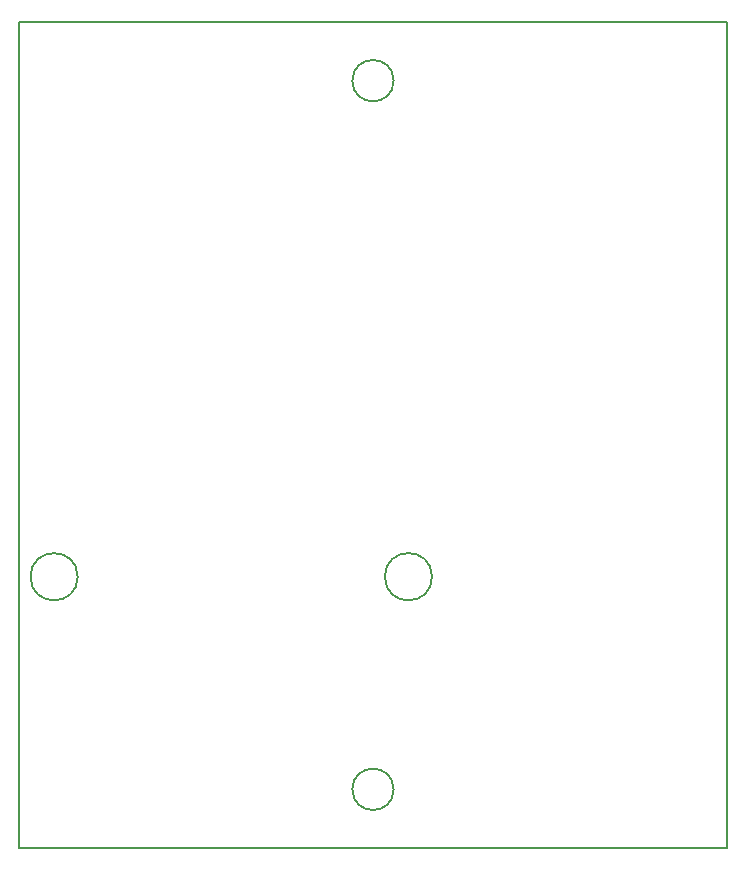
<source format=gm1>
G04 #@! TF.GenerationSoftware,KiCad,Pcbnew,(5.0.0-rc2-dev-756-g45dad4ded)*
G04 #@! TF.CreationDate,2018-06-12T00:49:02-07:00*
G04 #@! TF.ProjectId,Mod-IN2-Nix-Dis,4D6F642D494E322D4E69782D4469732E,rev?*
G04 #@! TF.SameCoordinates,Original*
G04 #@! TF.FileFunction,Profile,NP*
%FSLAX46Y46*%
G04 Gerber Fmt 4.6, Leading zero omitted, Abs format (unit mm)*
G04 Created by KiCad (PCBNEW (5.0.0-rc2-dev-756-g45dad4ded)) date 06/12/18 00:49:02*
%MOMM*%
%LPD*%
G01*
G04 APERTURE LIST*
%ADD10C,0.150000*%
G04 APERTURE END LIST*
D10*
X156750000Y-121000000D02*
G75*
G03X156750000Y-121000000I-1750000J0D01*
G01*
X156750000Y-61000000D02*
G75*
G03X156750000Y-61000000I-1750000J0D01*
G01*
X160000000Y-103000000D02*
G75*
G03X160000000Y-103000000I-2000000J0D01*
G01*
X130000000Y-103000000D02*
G75*
G03X130000000Y-103000000I-2000000J0D01*
G01*
X125000000Y-126000000D02*
X125000000Y-56000000D01*
X185000000Y-126000000D02*
X125000000Y-126000000D01*
X185000000Y-56000000D02*
X185000000Y-126000000D01*
X125000000Y-56000000D02*
X185000000Y-56000000D01*
M02*

</source>
